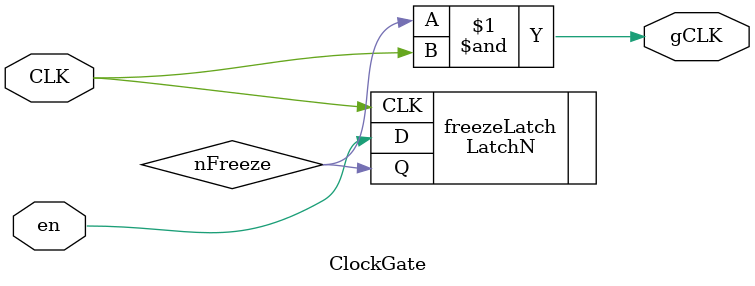
<source format=v>
module ClockGate (
	input	wire	en,
	input	wire	CLK,
	output	wire	gCLK
);

`ifdef	_STD130_	// Samsung 0.18um
	// synopsys dc_script_begin
	// set_dont_touch cg
	// synopsys dc_script_end
	cglpd4 cg(
		.TE	(1'b1),
		.EN	(en),
		.CK	(CLK),
		.GCK	(gCLK)
	);

`elsif	_MH018_		// Magnachip 0.18um
	// synopsys dc_script_begin
	// set_dont_touch cg
	// synopsys dc_script_end
	TLATNCAX8 cg(
		.E	(en),
		.CK	(CLK),
		.ECK	(gCLK)
	);

`elsif	_DB013_		// Dongbu 0.13um
	// synopsys dc_script_begin
	// set_dont_touch cg
	// synopsys dc_script_end
	SDN_CKGTPLT_8 cg (
		.EN	(en),
		.SE	(1'b0),
		.CK	(CLK),
		.Q	(gCLK)
	);

`elsif	_STD150E_	// Samsung 0.13um
	// synopsys dc_script_begin
	// set_dont_touch cg
	// synopsys dc_script_end
	cglpd20_hd	cg(
		.TE(1'b0),
		.EN(en),
		.CK(CLK),
		.GCK(gCLK)
	);

`elsif	_NAN45_		// NANGATE 45nm
	// synopsys dc_script_begin
	// set_dont_touch cg
	// synopsys dc_script_end
	CLKGATETST_X4 cg (
		.E	(en),
		.SE	(1'b1),
		.CK	(CLK),
		.GLK	(gCLK)
	);
`else

	wire	nFreeze;
	LatchN	freezeLatch (
		.CLK	(CLK),
		.D	(en),
		.Q	(nFreeze)
	);

	`ifdef	_XILINX_
	BUFGCE	CLOCK_BUF (
		.O	(gCLK),
		.CE	(nFreeze),
		.I	(CLK)
	);
	`else
	assign	gCLK	= nFreeze & CLK;
	`endif

`endif


endmodule

</source>
